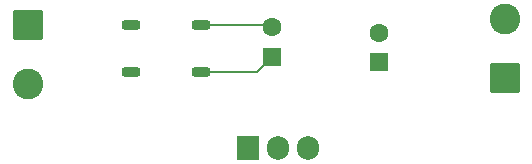
<source format=gbr>
%TF.GenerationSoftware,KiCad,Pcbnew,9.0.6*%
%TF.CreationDate,2025-11-21T23:30:09+05:30*%
%TF.ProjectId,charger_circuit,63686172-6765-4725-9f63-697263756974,rev?*%
%TF.SameCoordinates,Original*%
%TF.FileFunction,Copper,L1,Top*%
%TF.FilePolarity,Positive*%
%FSLAX46Y46*%
G04 Gerber Fmt 4.6, Leading zero omitted, Abs format (unit mm)*
G04 Created by KiCad (PCBNEW 9.0.6) date 2025-11-21 23:30:09*
%MOMM*%
%LPD*%
G01*
G04 APERTURE LIST*
G04 Aperture macros list*
%AMRoundRect*
0 Rectangle with rounded corners*
0 $1 Rounding radius*
0 $2 $3 $4 $5 $6 $7 $8 $9 X,Y pos of 4 corners*
0 Add a 4 corners polygon primitive as box body*
4,1,4,$2,$3,$4,$5,$6,$7,$8,$9,$2,$3,0*
0 Add four circle primitives for the rounded corners*
1,1,$1+$1,$2,$3*
1,1,$1+$1,$4,$5*
1,1,$1+$1,$6,$7*
1,1,$1+$1,$8,$9*
0 Add four rect primitives between the rounded corners*
20,1,$1+$1,$2,$3,$4,$5,0*
20,1,$1+$1,$4,$5,$6,$7,0*
20,1,$1+$1,$6,$7,$8,$9,0*
20,1,$1+$1,$8,$9,$2,$3,0*%
G04 Aperture macros list end*
%TA.AperFunction,ComponentPad*%
%ADD10R,1.905000X2.000000*%
%TD*%
%TA.AperFunction,ComponentPad*%
%ADD11O,1.905000X2.000000*%
%TD*%
%TA.AperFunction,ComponentPad*%
%ADD12RoundRect,0.250000X1.050000X-1.050000X1.050000X1.050000X-1.050000X1.050000X-1.050000X-1.050000X0*%
%TD*%
%TA.AperFunction,ComponentPad*%
%ADD13C,2.600000*%
%TD*%
%TA.AperFunction,ComponentPad*%
%ADD14RoundRect,0.250000X-1.050000X1.050000X-1.050000X-1.050000X1.050000X-1.050000X1.050000X1.050000X0*%
%TD*%
%TA.AperFunction,SMDPad,CuDef*%
%ADD15RoundRect,0.200000X0.562500X0.200000X-0.562500X0.200000X-0.562500X-0.200000X0.562500X-0.200000X0*%
%TD*%
%TA.AperFunction,ComponentPad*%
%ADD16RoundRect,0.250000X0.550000X-0.550000X0.550000X0.550000X-0.550000X0.550000X-0.550000X-0.550000X0*%
%TD*%
%TA.AperFunction,ComponentPad*%
%ADD17C,1.600000*%
%TD*%
%TA.AperFunction,Conductor*%
%ADD18C,0.200000*%
%TD*%
G04 APERTURE END LIST*
D10*
%TO.P,U1,1,IN*%
%TO.N,Net-(D1-+)*%
X60960000Y-48950000D03*
D11*
%TO.P,U1,2,GND*%
%TO.N,Net-(D1--)*%
X63500000Y-48950000D03*
%TO.P,U1,3,OUT*%
%TO.N,Net-(J2-Pin_1)*%
X66040000Y-48950000D03*
%TD*%
D12*
%TO.P,J2,1,Pin_1*%
%TO.N,Net-(J2-Pin_1)*%
X82672500Y-43000000D03*
D13*
%TO.P,J2,2,Pin_2*%
%TO.N,Net-(D1--)*%
X82672500Y-38000000D03*
%TD*%
D14*
%TO.P,J1,1,Pin_1*%
%TO.N,Net-(J1-Pin_1)*%
X42327500Y-38500000D03*
D13*
%TO.P,J1,2,Pin_2*%
%TO.N,Net-(J1-Pin_2)*%
X42327500Y-43500000D03*
%TD*%
D15*
%TO.P,D1,1,+*%
%TO.N,Net-(D1-+)*%
X56937500Y-42500000D03*
%TO.P,D1,2,-*%
%TO.N,Net-(D1--)*%
X56937500Y-38500000D03*
%TO.P,D1,3*%
%TO.N,Net-(J1-Pin_1)*%
X51062500Y-38500000D03*
%TO.P,D1,4*%
%TO.N,Net-(J1-Pin_2)*%
X51062500Y-42500000D03*
%TD*%
D16*
%TO.P,C2,1*%
%TO.N,Net-(J2-Pin_1)*%
X72000000Y-41682380D03*
D17*
%TO.P,C2,2*%
%TO.N,Net-(D1--)*%
X72000000Y-39182380D03*
%TD*%
D16*
%TO.P,C1,1*%
%TO.N,Net-(D1-+)*%
X63000000Y-41182380D03*
D17*
%TO.P,C1,2*%
%TO.N,Net-(D1--)*%
X63000000Y-38682380D03*
%TD*%
D18*
%TO.N,Net-(D1-+)*%
X61682380Y-42500000D02*
X63000000Y-41182380D01*
X56937500Y-42500000D02*
X61682380Y-42500000D01*
%TO.N,Net-(D1--)*%
X62817620Y-38500000D02*
X63000000Y-38682380D01*
X56937500Y-38500000D02*
X62817620Y-38500000D01*
%TD*%
M02*

</source>
